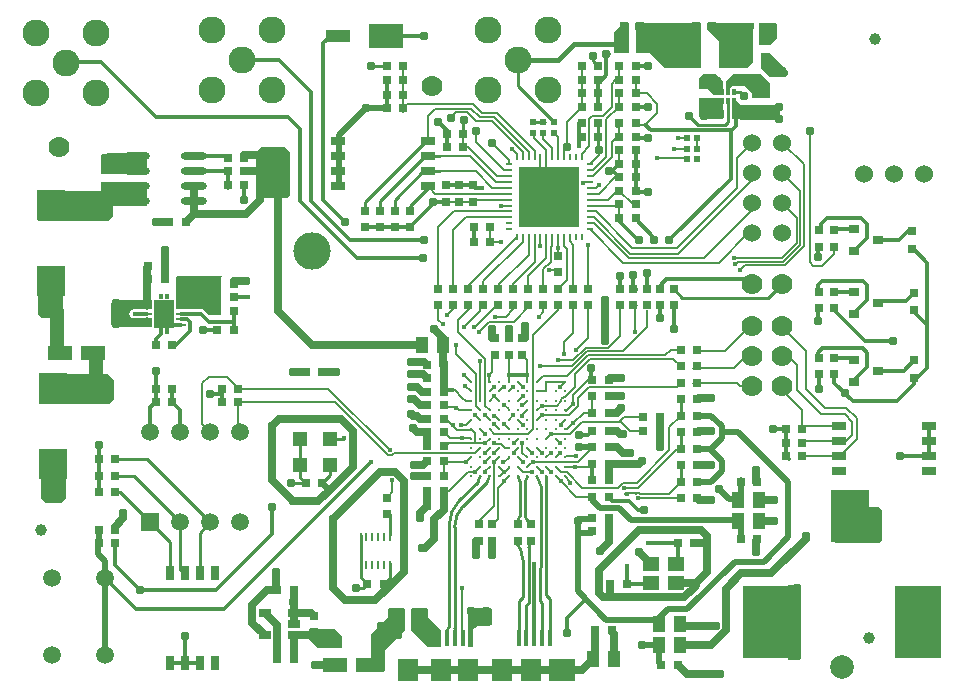
<source format=gtl>
%FSLAX23Y23*%
%MOIN*%
G70*
G01*
G75*
G04 Layer_Physical_Order=1*
G04 Layer_Color=255*
%ADD10C,0.012*%
%ADD11C,0.011*%
%ADD12R,0.118X0.079*%
%ADD13R,0.079X0.039*%
%ADD14R,0.030X0.030*%
%ADD15R,0.030X0.030*%
%ADD16R,0.035X0.031*%
%ADD17R,0.031X0.031*%
%ADD18R,0.044X0.058*%
%ADD19R,0.079X0.047*%
%ADD20R,0.094X0.102*%
%ADD21R,0.012X0.053*%
%ADD22R,0.071X0.075*%
%ADD23R,0.091X0.075*%
%ADD24R,0.050X0.030*%
%ADD25R,0.030X0.050*%
%ADD26R,0.008X0.027*%
%ADD27R,0.015X0.061*%
%ADD28R,0.051X0.049*%
%ADD29R,0.020X0.020*%
%ADD30R,0.130X0.173*%
%ADD31R,0.154X0.244*%
%ADD32R,0.058X0.044*%
%ADD33R,0.012X0.020*%
%ADD34R,0.012X0.019*%
%ADD35R,0.020X0.020*%
%ADD36R,0.051X0.107*%
%ADD37R,0.011X0.031*%
%ADD38R,0.055X0.047*%
%ADD39O,0.087X0.024*%
%ADD40R,0.033X0.011*%
%ADD41R,0.065X0.094*%
%ADD42R,0.024X0.010*%
%ADD43R,0.010X0.024*%
%ADD44R,0.201X0.201*%
%ADD45R,0.039X0.028*%
%ADD46C,0.009*%
%ADD47C,0.039*%
%ADD48C,0.008*%
%ADD49C,0.015*%
%ADD50C,0.010*%
%ADD51C,0.020*%
%ADD52C,0.025*%
%ADD53C,0.005*%
%ADD54C,0.006*%
%ADD55C,0.060*%
%ADD56C,0.070*%
%ADD57C,0.125*%
%ADD58C,0.090*%
%ADD59C,0.059*%
%ADD60C,0.079*%
%ADD61R,0.059X0.059*%
%ADD62C,0.031*%
%ADD63C,0.016*%
%ADD64C,0.020*%
G36*
X506Y1173D02*
X495D01*
Y1193D01*
X506D01*
Y1173D01*
D02*
G37*
G36*
X486D02*
X475D01*
Y1193D01*
X486D01*
Y1173D01*
D02*
G37*
G36*
X325Y1020D02*
Y955D01*
X310Y940D01*
X75D01*
Y1040D01*
X305D01*
X325Y1020D01*
D02*
G37*
G36*
X486Y1288D02*
X475D01*
Y1307D01*
X486D01*
Y1288D01*
D02*
G37*
G36*
X450Y1285D02*
Y1255D01*
X390D01*
Y1256D01*
X384Y1254D01*
X380Y1251D01*
X376Y1246D01*
X375Y1240D01*
X376Y1234D01*
X380Y1230D01*
X384Y1226D01*
X390Y1225D01*
X450Y1225D01*
Y1195D01*
X325D01*
Y1195D01*
X321Y1196D01*
X318Y1198D01*
X316Y1201D01*
X315Y1205D01*
X315Y1275D01*
X315D01*
X316Y1279D01*
X318Y1283D01*
X321Y1285D01*
X325Y1286D01*
X450Y1285D01*
D02*
G37*
G36*
X155Y1390D02*
Y1240D01*
X140Y1225D01*
X85D01*
X70Y1240D01*
Y1395D01*
X155Y1390D01*
D02*
G37*
G36*
X165Y775D02*
Y625D01*
X150Y610D01*
X95D01*
X80Y625D01*
Y780D01*
X165Y775D01*
D02*
G37*
G36*
X1370Y255D02*
Y230D01*
X1415Y185D01*
Y130D01*
X1370D01*
X1315Y185D01*
Y255D01*
X1320Y260D01*
X1365D01*
X1370Y255D01*
D02*
G37*
G36*
X1085Y165D02*
Y125D01*
X1005D01*
X975Y155D01*
Y190D01*
X1060D01*
X1085Y165D01*
D02*
G37*
G36*
X2615Y330D02*
Y95D01*
X2605Y85D01*
X2575D01*
X2570Y90D01*
Y335D01*
X2610D01*
X2615Y330D01*
D02*
G37*
G36*
X2885Y585D02*
Y485D01*
X2875Y475D01*
X2730D01*
X2715Y490D01*
Y595D01*
X2875D01*
X2885Y585D01*
D02*
G37*
G36*
X1579Y259D02*
X1582Y257D01*
X1584Y254D01*
X1585Y250D01*
X1585D01*
X1585Y210D01*
X1584Y206D01*
X1582Y203D01*
X1579Y201D01*
X1575Y200D01*
Y200D01*
X1540Y200D01*
X1532Y199D01*
X1526Y194D01*
X1521Y188D01*
X1520Y180D01*
X1520D01*
Y130D01*
X1505D01*
X1505Y250D01*
X1506Y254D01*
X1508Y257D01*
X1511Y259D01*
X1515Y260D01*
Y260D01*
X1575Y260D01*
X1579Y259D01*
D02*
G37*
G36*
X1293Y255D02*
Y185D01*
X1228Y120D01*
X1227D01*
X1228Y120D01*
Y53D01*
X1220Y45D01*
X1180Y45D01*
Y173D01*
Y172D01*
X1238Y230D01*
Y255D01*
X1243Y260D01*
X1288D01*
X1293Y255D01*
D02*
G37*
G36*
X506Y1288D02*
X495D01*
Y1307D01*
X506D01*
Y1288D01*
D02*
G37*
G36*
X2280Y2060D02*
X2160D01*
X2110Y2110D01*
X2065D01*
Y2185D01*
X2060Y2190D01*
Y2210D01*
X2280D01*
Y2060D01*
D02*
G37*
G36*
X2570Y2050D02*
X2570Y2040D01*
X2560Y2030D01*
X2510Y2030D01*
X2480Y2060D01*
Y2110D01*
X2510D01*
X2570Y2050D01*
D02*
G37*
G36*
X2355Y2015D02*
Y1970D01*
X2325D01*
X2305Y1990D01*
X2275D01*
Y2025D01*
X2290Y2040D01*
X2330D01*
X2355Y2015D01*
D02*
G37*
G36*
X2535Y2200D02*
Y2160D01*
X2510Y2135D01*
X2475D01*
Y2210D01*
X2525D01*
X2535Y2200D01*
D02*
G37*
G36*
X2040Y2110D02*
X1990D01*
Y2180D01*
X2020Y2210D01*
X2040D01*
Y2110D01*
D02*
G37*
G36*
X2455Y2080D02*
X2435Y2060D01*
X2340D01*
Y2150D01*
X2300Y2190D01*
Y2210D01*
X2455D01*
Y2080D01*
D02*
G37*
G36*
X2480Y2040D02*
X2510Y2010D01*
Y1960D01*
X2450D01*
Y1975D01*
X2425Y2000D01*
X2385Y2000D01*
X2375Y1990D01*
X2375Y1970D01*
X2365D01*
X2365Y2015D01*
X2390Y2040D01*
X2480Y2040D01*
D02*
G37*
G36*
X910Y1780D02*
Y1635D01*
X900Y1625D01*
X800D01*
Y1780D01*
X815Y1795D01*
X895D01*
X910Y1780D01*
D02*
G37*
G36*
X435Y1675D02*
Y1600D01*
X320D01*
Y1565D01*
X305Y1550D01*
X70D01*
Y1650D01*
X280D01*
Y1680D01*
X430D01*
X435Y1675D01*
D02*
G37*
G36*
X681Y1364D02*
X680Y1360D01*
X680D01*
Y1235D01*
X641D01*
X620Y1255D01*
X530D01*
X530Y1360D01*
X531Y1364D01*
X535Y1366D01*
Y1365D01*
X685Y1366D01*
X681Y1364D01*
D02*
G37*
G36*
X2355Y1890D02*
X2285D01*
X2275Y1900D01*
Y1960D01*
X2355D01*
Y1890D01*
D02*
G37*
G36*
X2415Y1935D02*
X2545D01*
Y1885D01*
X2415D01*
X2410Y1890D01*
X2385D01*
Y1955D01*
X2395D01*
X2415Y1935D01*
D02*
G37*
G36*
X435Y1705D02*
X280D01*
Y1755D01*
X300Y1775D01*
X435D01*
Y1705D01*
D02*
G37*
D10*
X2198Y406D02*
G03*
X2203Y411I0J4D01*
G01*
X1230Y2165D02*
X1358D01*
X1020Y2142D02*
X1043Y2164D01*
X1020Y1620D02*
Y2142D01*
X1433Y1840D02*
Y1852D01*
X1405Y1880D02*
X1433Y1852D01*
X2828Y1150D02*
X2920D01*
X2725Y1253D02*
X2828Y1150D01*
X2786Y949D02*
X2934D01*
X2725Y1010D02*
X2786Y949D01*
X2725Y1010D02*
Y1038D01*
X1835Y175D02*
Y225D01*
X1895Y285D01*
X2450Y1340D02*
Y1355D01*
X2165D02*
X2450D01*
X2146Y1336D02*
X2165Y1355D01*
X2190Y1190D02*
Y1268D01*
X2146Y1321D02*
Y1336D01*
X2100Y1322D02*
Y1343D01*
Y1375D01*
X2055Y1333D02*
Y1370D01*
Y1333D02*
X2065Y1323D01*
X2040Y615D02*
X2070Y585D01*
X1983Y615D02*
X2040D01*
X1973Y626D02*
X1983Y615D01*
X2070Y585D02*
X2090D01*
X2062Y1930D02*
X2105D01*
X1965Y2035D02*
Y2095D01*
X1950Y2020D02*
X1965Y2035D01*
X1938Y2020D02*
X1950D01*
X1965Y2095D02*
X1975Y2105D01*
X2642Y1847D02*
X2645Y1850D01*
X2990Y1455D02*
X3035Y1410D01*
Y1060D02*
Y1410D01*
X3001Y1026D02*
X3035Y1060D01*
X2934Y949D02*
X2990Y1005D01*
Y1026D01*
X2869Y1282D02*
X2962D01*
X2990Y1310D01*
X2970Y1515D02*
X2990D01*
X2940Y1485D02*
X2970Y1515D01*
X2869Y1485D02*
X2940D01*
X1135Y1425D02*
X1355D01*
X945Y1615D02*
X1135Y1425D01*
X945Y1615D02*
Y1855D01*
X1110Y1485D02*
X1358D01*
X980Y1615D02*
X1110Y1485D01*
X980Y1615D02*
Y1980D01*
X2670Y1430D02*
Y1462D01*
X2670Y1463D01*
X2820Y1350D02*
X2835Y1335D01*
X2685Y1350D02*
X2820D01*
X2670Y1335D02*
X2685Y1350D01*
X2820Y1125D02*
X2835Y1110D01*
X2685Y1125D02*
X2820D01*
X2670Y1110D02*
X2685Y1125D01*
X2700Y1560D02*
X2815D01*
X2680Y1540D02*
X2700Y1560D01*
X2680Y1528D02*
Y1540D01*
X2815Y1560D02*
X2835Y1540D01*
X2990Y1247D02*
X3031Y1206D01*
X2990Y1247D02*
Y1251D01*
Y1026D02*
X3001D01*
X2835Y1287D02*
Y1335D01*
X2725Y1253D02*
Y1258D01*
X2563Y760D02*
Y855D01*
X2520Y855D02*
X2520Y855D01*
X2563D01*
X2568Y760D02*
X2572Y755D01*
X1982Y1715D02*
X1987D01*
X1982D02*
X2007Y1740D01*
X1975Y1715D02*
X1982D01*
X2001Y1701D02*
X2007Y1695D01*
X1987Y1715D02*
X2001Y1701D01*
X1433Y1795D02*
Y1840D01*
X2112Y1852D02*
X2383D01*
X2095Y1870D02*
X2112Y1852D01*
X2398Y1867D02*
Y1905D01*
X2007Y1548D02*
Y1555D01*
X2981Y1456D02*
X2990D01*
Y1455D02*
Y1456D01*
X1260Y1528D02*
X1310D01*
X1210D02*
X1260D01*
X1160D02*
X1210D01*
X1310D02*
X1388Y1605D01*
Y1612D01*
X1430D01*
X2062Y2065D02*
X2105D01*
X2062Y1825D02*
X2105D01*
X2062Y1645D02*
X2105D01*
X2062D02*
Y1780D01*
X1938Y1975D02*
Y2020D01*
Y1930D02*
Y1975D01*
X1872Y1798D02*
Y1875D01*
X1232Y1970D02*
Y2020D01*
Y1925D02*
Y1970D01*
X1523Y1480D02*
Y1530D01*
X1520Y1668D02*
X1528Y1660D01*
X1550D01*
X1475Y1668D02*
X1520D01*
X1430D02*
X1475D01*
X1020Y1620D02*
X1095Y1545D01*
X875Y2085D02*
X980Y1980D01*
X905Y1895D02*
X945Y1855D01*
X2145Y1225D02*
Y1268D01*
X2203Y411D02*
Y475D01*
X2108Y340D02*
X2112Y344D01*
X2033Y340D02*
X2108D01*
X2033D02*
Y398D01*
X2105Y475D02*
X2203D01*
X1725Y250D02*
Y335D01*
X1724Y158D02*
Y249D01*
X1725Y250D01*
Y335D02*
Y405D01*
X3040Y815D02*
Y865D01*
Y765D02*
Y815D01*
X2945Y765D02*
X3040D01*
X273Y645D02*
Y700D01*
Y755D01*
X545Y845D02*
Y918D01*
X517Y945D02*
X545Y918D01*
X560Y75D02*
X610D01*
X510D02*
X560D01*
X445Y845D02*
Y928D01*
X463Y945D01*
X273Y755D02*
Y803D01*
X560Y75D02*
Y165D01*
X518Y1135D02*
X530D01*
X577Y1182D01*
Y1211D01*
X548Y1221D02*
X568D01*
X577Y1211D01*
X510Y1201D02*
X548D01*
X463Y1135D02*
Y1156D01*
X480Y1173D01*
X620Y1185D02*
X668D01*
X432Y1260D02*
Y1280D01*
Y1201D02*
Y1221D01*
X395Y1240D02*
X432D01*
X723Y1185D02*
Y1240D01*
X548D02*
X614D01*
X641Y1213D01*
X722D01*
X728Y1295D02*
X770D01*
X589Y1765D02*
X697D01*
X589Y1715D02*
X702D01*
Y1660D02*
Y1715D01*
X757Y1618D02*
Y1660D01*
X1918Y685D02*
Y740D01*
X642Y973D02*
X683D01*
Y945D02*
Y973D01*
Y990D01*
X1973Y626D02*
Y630D01*
X294Y358D02*
X397Y255D01*
X690D01*
X1180Y745D01*
X327Y403D02*
Y475D01*
Y403D02*
X410Y320D01*
X1640Y1035D02*
X1700D01*
X1915Y1023D02*
Y1028D01*
Y1060D01*
X2730Y1522D02*
X2791D01*
Y1448D02*
X2835Y1492D01*
Y1540D01*
X2791Y1018D02*
X2835Y1062D01*
Y1110D01*
X2670Y1215D02*
Y1253D01*
Y1088D02*
Y1110D01*
X2869Y1050D02*
X2956D01*
X2990Y1085D01*
X2791Y1243D02*
X2835Y1287D01*
X280Y2080D02*
X465Y1895D01*
X1903Y835D02*
X1908Y840D01*
X1875Y835D02*
X1903D01*
X517Y945D02*
Y990D01*
X2720Y1093D02*
X2725D01*
X2781D01*
X2670Y1308D02*
Y1335D01*
X463Y945D02*
Y1048D01*
X2065Y1318D02*
Y1323D01*
X410Y320D02*
X665D01*
X850Y505D01*
Y595D01*
X2675Y990D02*
Y1038D01*
X725Y1298D02*
X728Y1295D01*
X2725Y1313D02*
X2781D01*
X1423Y993D02*
Y1010D01*
Y993D02*
X1430Y985D01*
X1450D01*
X2010Y1325D02*
Y1365D01*
X750Y2085D02*
X875D01*
X465Y1895D02*
X905D01*
X2007Y1548D02*
X2070Y1485D01*
X2075D01*
X2062Y1555D02*
X2125Y1492D01*
Y1485D02*
Y1492D01*
X2380Y1849D02*
X2398Y1867D01*
X2175Y1485D02*
X2380Y1690D01*
Y1849D01*
X180Y2080D02*
X280D01*
D11*
X1537Y680D02*
G03*
X1544Y698I-17J17D01*
G01*
X1568Y680D02*
G03*
X1576Y698I-17J17D01*
G01*
X1668Y546D02*
G03*
X1676Y565I-19J19D01*
G01*
X1670Y696D02*
G03*
X1676Y681I21J0D01*
G01*
X1695Y565D02*
G03*
X1701Y552I19J0D01*
G01*
X1695Y681D02*
G03*
X1701Y696I-15J15D01*
G01*
X1440Y196D02*
G03*
X1434Y181I16J-16D01*
G01*
X1475Y618D02*
G03*
X1440Y534I84J-84D01*
G01*
X1460Y189D02*
G03*
X1459Y190I-2J0D01*
G01*
X1488Y600D02*
G03*
X1459Y529I71J-71D01*
G01*
X1764Y688D02*
G03*
X1765Y687I2J0D01*
G01*
X1746Y666D02*
G03*
X1740Y680I-20J0D01*
G01*
X1733Y698D02*
G03*
X1740Y680I25J0D01*
G01*
X1686Y420D02*
G03*
X1660Y483I-89J0D01*
G01*
X1715D02*
G03*
X1706Y461I22J-22D01*
G01*
X1459Y190D02*
Y529D01*
X1440Y196D02*
Y534D01*
X1475Y618D02*
X1537Y680D01*
X1744Y352D02*
Y393D01*
X1764Y352D02*
Y394D01*
X1686Y318D02*
Y352D01*
X1706Y318D02*
Y352D01*
X1744Y318D02*
Y352D01*
X1764Y318D02*
Y352D01*
Y301D02*
Y318D01*
Y301D02*
X1776Y290D01*
Y158D02*
Y290D01*
X1744Y281D02*
Y318D01*
Y281D02*
X1750Y275D01*
Y158D02*
Y275D01*
X1706Y276D02*
Y318D01*
X1698Y268D02*
X1706Y276D01*
X1698Y158D02*
Y268D01*
X1686Y296D02*
Y318D01*
X1672Y282D02*
X1686Y296D01*
X1672Y158D02*
Y282D01*
X1701Y696D02*
Y698D01*
X1660Y538D02*
X1668Y546D01*
X1676Y565D02*
Y681D01*
X1670Y696D02*
Y698D01*
X1695Y565D02*
Y681D01*
X1701Y552D02*
X1715Y538D01*
X1434Y158D02*
Y181D01*
X1460Y158D02*
Y189D01*
X1488Y600D02*
X1568Y680D01*
X1764Y688D02*
Y698D01*
X1765Y395D02*
Y687D01*
X1746Y395D02*
Y666D01*
X1686Y352D02*
Y420D01*
X1706Y352D02*
Y461D01*
D12*
X1230Y2165D02*
D03*
D13*
X1069D02*
D03*
D14*
X2318Y2200D02*
D03*
X2263D02*
D03*
X2078D02*
D03*
X2023D02*
D03*
X2062Y1605D02*
D03*
X2007D02*
D03*
X1423Y845D02*
D03*
X1368D02*
D03*
X1982Y185D02*
D03*
X1928D02*
D03*
X923Y320D02*
D03*
X868D02*
D03*
X463Y990D02*
D03*
X517D02*
D03*
X463Y945D02*
D03*
X517D02*
D03*
X1367Y750D02*
D03*
X1423D02*
D03*
X1367Y700D02*
D03*
X1423D02*
D03*
X1367Y650D02*
D03*
X1423D02*
D03*
X1367Y1025D02*
D03*
X1423D02*
D03*
X1367Y980D02*
D03*
X1423D02*
D03*
X1367Y600D02*
D03*
X1423D02*
D03*
X1367Y890D02*
D03*
X1423D02*
D03*
X1973Y850D02*
D03*
X1918D02*
D03*
X1973Y1020D02*
D03*
X1918D02*
D03*
X1367Y800D02*
D03*
X1423D02*
D03*
X1972Y515D02*
D03*
X1918D02*
D03*
X1973Y560D02*
D03*
X1918D02*
D03*
X2203Y70D02*
D03*
X2148D02*
D03*
X1973Y630D02*
D03*
X1918D02*
D03*
X2467Y490D02*
D03*
X2412D02*
D03*
X1973Y795D02*
D03*
X1918D02*
D03*
X2467Y680D02*
D03*
X2412D02*
D03*
X1367Y935D02*
D03*
X1423D02*
D03*
X1018Y1045D02*
D03*
X962D02*
D03*
X1973Y965D02*
D03*
X1918D02*
D03*
X1973Y910D02*
D03*
X1918D02*
D03*
X2142Y895D02*
D03*
X2088D02*
D03*
X2143Y850D02*
D03*
X2088D02*
D03*
X1973Y685D02*
D03*
X1918D02*
D03*
X1973Y740D02*
D03*
X1918D02*
D03*
X438Y1400D02*
D03*
X493D02*
D03*
X493Y1355D02*
D03*
X438D02*
D03*
X668Y1340D02*
D03*
X723D02*
D03*
X463Y1135D02*
D03*
X518D02*
D03*
X562Y1545D02*
D03*
X507D02*
D03*
X327Y520D02*
D03*
X273D02*
D03*
X1223Y340D02*
D03*
X1168D02*
D03*
X1978D02*
D03*
X2033D02*
D03*
X2258Y475D02*
D03*
X2203D02*
D03*
X2562Y765D02*
D03*
X2618D02*
D03*
X2562Y810D02*
D03*
X2618D02*
D03*
X2563Y855D02*
D03*
X2618D02*
D03*
X2268Y625D02*
D03*
X2213D02*
D03*
Y1120D02*
D03*
X2268D02*
D03*
X2213Y1065D02*
D03*
X2268D02*
D03*
X2213Y1010D02*
D03*
X2268D02*
D03*
X738Y990D02*
D03*
X683D02*
D03*
X738Y945D02*
D03*
X683D02*
D03*
X2213Y900D02*
D03*
X2268D02*
D03*
X2213Y790D02*
D03*
X2268D02*
D03*
X2213Y680D02*
D03*
X2268D02*
D03*
Y955D02*
D03*
X2213D02*
D03*
X2268Y845D02*
D03*
X2213D02*
D03*
X2268Y735D02*
D03*
X2213D02*
D03*
X868Y90D02*
D03*
X923D02*
D03*
X327Y645D02*
D03*
X273D02*
D03*
X327Y700D02*
D03*
X273D02*
D03*
X327Y755D02*
D03*
X273D02*
D03*
X723Y1295D02*
D03*
X668D02*
D03*
X723Y1250D02*
D03*
X668D02*
D03*
X668Y1185D02*
D03*
X723D02*
D03*
X702Y1760D02*
D03*
X757D02*
D03*
X702Y1715D02*
D03*
X757D02*
D03*
X757Y1670D02*
D03*
X702D02*
D03*
X273Y475D02*
D03*
X327D02*
D03*
X1367Y1070D02*
D03*
X1423D02*
D03*
X962Y675D02*
D03*
X1018D02*
D03*
X1577Y1480D02*
D03*
X1523D02*
D03*
X1577Y1530D02*
D03*
X1523D02*
D03*
X1288Y1925D02*
D03*
X1232D02*
D03*
X1288Y1970D02*
D03*
X1232D02*
D03*
X1288Y2020D02*
D03*
X1232D02*
D03*
X1883Y1930D02*
D03*
X1938D02*
D03*
X1883Y1975D02*
D03*
X1938D02*
D03*
X1883Y2020D02*
D03*
X1938D02*
D03*
Y1875D02*
D03*
X1883D02*
D03*
X1938Y1830D02*
D03*
X1883D02*
D03*
X2007Y1695D02*
D03*
X2062D02*
D03*
X2007Y1785D02*
D03*
X2062D02*
D03*
X2007Y1740D02*
D03*
X2062D02*
D03*
X1487Y1840D02*
D03*
X1433D02*
D03*
X1487Y1795D02*
D03*
X1433D02*
D03*
X2007Y1560D02*
D03*
X2062D02*
D03*
X2007Y1650D02*
D03*
X2062D02*
D03*
X1288Y2065D02*
D03*
X1232D02*
D03*
X1883D02*
D03*
X1938D02*
D03*
X2007Y1975D02*
D03*
X2062D02*
D03*
X2007Y1875D02*
D03*
X2062D02*
D03*
X2007Y2020D02*
D03*
X2062D02*
D03*
Y1930D02*
D03*
X2007D02*
D03*
X2062Y1830D02*
D03*
X2007D02*
D03*
X2062Y2065D02*
D03*
X2007D02*
D03*
X2398Y1905D02*
D03*
X2342D02*
D03*
X2438Y2150D02*
D03*
X2493D02*
D03*
Y2095D02*
D03*
X2438D02*
D03*
D15*
X1405Y1322D02*
D03*
Y1268D02*
D03*
X1455Y1322D02*
D03*
Y1268D02*
D03*
X2675Y1258D02*
D03*
Y1312D02*
D03*
Y1092D02*
D03*
Y1038D02*
D03*
X2725Y1038D02*
D03*
Y1093D02*
D03*
X1670Y538D02*
D03*
Y482D02*
D03*
X1715Y538D02*
D03*
Y483D02*
D03*
X990Y233D02*
D03*
Y178D02*
D03*
X1640Y1158D02*
D03*
Y1103D02*
D03*
X1685Y1158D02*
D03*
Y1102D02*
D03*
X1585Y483D02*
D03*
Y538D02*
D03*
X1595Y1158D02*
D03*
Y1102D02*
D03*
X295Y1663D02*
D03*
Y1718D02*
D03*
X1540Y482D02*
D03*
Y538D02*
D03*
X2100Y1268D02*
D03*
Y1322D02*
D03*
X2055Y1268D02*
D03*
Y1322D02*
D03*
X2010Y1268D02*
D03*
Y1323D02*
D03*
X2190Y1268D02*
D03*
Y1322D02*
D03*
X2145Y1268D02*
D03*
Y1322D02*
D03*
X1905Y1268D02*
D03*
Y1322D02*
D03*
X1505Y1268D02*
D03*
Y1322D02*
D03*
X1555Y1268D02*
D03*
Y1322D02*
D03*
X1605Y1268D02*
D03*
Y1322D02*
D03*
X1655Y1268D02*
D03*
Y1323D02*
D03*
X1705Y1268D02*
D03*
Y1322D02*
D03*
X1755Y1268D02*
D03*
Y1322D02*
D03*
X1805Y1268D02*
D03*
Y1322D02*
D03*
X1855Y1268D02*
D03*
Y1322D02*
D03*
X1235Y572D02*
D03*
Y627D02*
D03*
X2725Y1312D02*
D03*
Y1258D02*
D03*
X2725Y1518D02*
D03*
Y1463D02*
D03*
X2675Y1462D02*
D03*
Y1518D02*
D03*
X1520Y1612D02*
D03*
Y1668D02*
D03*
X1475Y1612D02*
D03*
Y1668D02*
D03*
X1430Y1612D02*
D03*
Y1668D02*
D03*
X1805Y1433D02*
D03*
Y1378D02*
D03*
X1160Y1582D02*
D03*
Y1528D02*
D03*
X1210Y1582D02*
D03*
Y1528D02*
D03*
X1260Y1582D02*
D03*
Y1528D02*
D03*
X1310Y1582D02*
D03*
Y1528D02*
D03*
X2290Y2003D02*
D03*
Y1947D02*
D03*
D16*
X2791Y1312D02*
D03*
Y1238D02*
D03*
X2869Y1275D02*
D03*
Y1485D02*
D03*
X2791Y1448D02*
D03*
Y1522D02*
D03*
X2869Y1050D02*
D03*
X2791Y1013D02*
D03*
Y1087D02*
D03*
D17*
X2990Y1085D02*
D03*
Y1026D02*
D03*
Y1251D02*
D03*
Y1310D02*
D03*
X2985Y1456D02*
D03*
Y1515D02*
D03*
D18*
X2210Y205D02*
D03*
X2140D02*
D03*
X1920Y90D02*
D03*
X1990D02*
D03*
X2015Y2140D02*
D03*
X2085D02*
D03*
X2475Y620D02*
D03*
X2405D02*
D03*
X2475Y550D02*
D03*
X2405D02*
D03*
X2210Y135D02*
D03*
X2140D02*
D03*
X1420Y1135D02*
D03*
X1350D02*
D03*
X1340Y225D02*
D03*
X1270D02*
D03*
D19*
X145Y1110D02*
D03*
X255D02*
D03*
X1060Y70D02*
D03*
X1170D02*
D03*
D20*
X120Y991D02*
D03*
Y739D02*
D03*
X115Y1601D02*
D03*
Y1349D02*
D03*
D21*
X1750Y158D02*
D03*
X1776D02*
D03*
X1672D02*
D03*
X1698D02*
D03*
X1408D02*
D03*
X1486D02*
D03*
X1512D02*
D03*
X1724D02*
D03*
X1460D02*
D03*
X1434D02*
D03*
D22*
X1302Y53D02*
D03*
X1415D02*
D03*
X1505D02*
D03*
X1617D02*
D03*
X1715Y52D02*
D03*
D23*
X1818D02*
D03*
D24*
X3040Y715D02*
D03*
Y765D02*
D03*
Y815D02*
D03*
Y865D02*
D03*
X2740Y715D02*
D03*
Y765D02*
D03*
Y815D02*
D03*
Y865D02*
D03*
X1370Y1665D02*
D03*
Y1715D02*
D03*
Y1765D02*
D03*
Y1815D02*
D03*
X1070Y1665D02*
D03*
Y1715D02*
D03*
Y1765D02*
D03*
Y1815D02*
D03*
D25*
X660Y375D02*
D03*
X610D02*
D03*
X560D02*
D03*
X510D02*
D03*
X660Y75D02*
D03*
X610D02*
D03*
X560D02*
D03*
X510D02*
D03*
D26*
X1764Y352D02*
D03*
X1744D02*
D03*
X1706D02*
D03*
X1686D02*
D03*
Y318D02*
D03*
X1706D02*
D03*
X1744D02*
D03*
X1764D02*
D03*
D27*
X1725Y335D02*
D03*
D28*
X1045Y736D02*
D03*
X945Y824D02*
D03*
Y736D02*
D03*
X1045Y824D02*
D03*
D29*
X1790Y1842D02*
D03*
Y1878D02*
D03*
X1755Y1842D02*
D03*
Y1878D02*
D03*
X1720Y1842D02*
D03*
Y1878D02*
D03*
D30*
X2778Y567D02*
D03*
D31*
X3004Y213D02*
D03*
X2496D02*
D03*
D32*
X2480Y1980D02*
D03*
Y1910D02*
D03*
D33*
X2390Y1980D02*
D03*
D34*
X2370D02*
D03*
X2350D02*
D03*
Y1950D02*
D03*
X2370D02*
D03*
X2390D02*
D03*
D35*
X2447Y2200D02*
D03*
X2483D02*
D03*
X2232Y1825D02*
D03*
X2268D02*
D03*
X2232Y1790D02*
D03*
X2268D02*
D03*
X2232Y1755D02*
D03*
X2268D02*
D03*
D36*
X2365Y2115D02*
D03*
X2255D02*
D03*
D37*
X1244Y497D02*
D03*
X1225D02*
D03*
X1205D02*
D03*
X1185D02*
D03*
X1165D02*
D03*
X1146D02*
D03*
X1244Y403D02*
D03*
X1225D02*
D03*
X1205D02*
D03*
X1185D02*
D03*
X1165D02*
D03*
X1146D02*
D03*
D38*
X2198Y406D02*
D03*
Y344D02*
D03*
X2112Y406D02*
D03*
Y344D02*
D03*
D39*
X589Y1765D02*
D03*
Y1665D02*
D03*
Y1715D02*
D03*
Y1615D02*
D03*
X401Y1765D02*
D03*
Y1715D02*
D03*
Y1665D02*
D03*
Y1615D02*
D03*
D40*
X548Y1280D02*
D03*
Y1260D02*
D03*
Y1240D02*
D03*
Y1221D02*
D03*
Y1201D02*
D03*
X432Y1280D02*
D03*
Y1240D02*
D03*
Y1260D02*
D03*
Y1201D02*
D03*
Y1221D02*
D03*
D41*
X490Y1240D02*
D03*
D42*
X1909Y1738D02*
D03*
Y1699D02*
D03*
Y1719D02*
D03*
Y1679D02*
D03*
Y1640D02*
D03*
Y1660D02*
D03*
Y1620D02*
D03*
Y1581D02*
D03*
Y1600D02*
D03*
Y1541D02*
D03*
Y1522D02*
D03*
Y1561D02*
D03*
X1641Y1738D02*
D03*
Y1640D02*
D03*
Y1660D02*
D03*
Y1620D02*
D03*
Y1699D02*
D03*
Y1719D02*
D03*
Y1679D02*
D03*
Y1581D02*
D03*
Y1600D02*
D03*
Y1541D02*
D03*
Y1561D02*
D03*
Y1522D02*
D03*
D43*
X1883Y1764D02*
D03*
X1864D02*
D03*
X1824D02*
D03*
X1805D02*
D03*
X1844D02*
D03*
X1785D02*
D03*
X1765D02*
D03*
X1883Y1496D02*
D03*
X1844D02*
D03*
X1824D02*
D03*
X1864D02*
D03*
X1785D02*
D03*
X1765D02*
D03*
X1805D02*
D03*
X1726Y1764D02*
D03*
X1706D02*
D03*
X1745D02*
D03*
X1686D02*
D03*
X1667D02*
D03*
X1726Y1496D02*
D03*
X1706D02*
D03*
X1745D02*
D03*
X1667D02*
D03*
X1686D02*
D03*
D44*
X1775Y1630D02*
D03*
D45*
X922Y205D02*
D03*
Y242D02*
D03*
Y168D02*
D03*
X828Y242D02*
D03*
Y168D02*
D03*
D46*
X1827Y1012D02*
D03*
Y981D02*
D03*
X1796Y1012D02*
D03*
X1827Y949D02*
D03*
X1796Y981D02*
D03*
X1764D02*
D03*
Y1012D02*
D03*
X1796Y949D02*
D03*
X1764D02*
D03*
X1827Y918D02*
D03*
Y886D02*
D03*
X1796Y918D02*
D03*
X1827Y855D02*
D03*
X1796Y886D02*
D03*
X1764D02*
D03*
Y918D02*
D03*
X1796Y855D02*
D03*
X1764D02*
D03*
X1733Y981D02*
D03*
Y949D02*
D03*
Y1012D02*
D03*
Y918D02*
D03*
X1701Y949D02*
D03*
Y981D02*
D03*
Y1012D02*
D03*
X1670Y918D02*
D03*
Y949D02*
D03*
X1733Y886D02*
D03*
X1701Y918D02*
D03*
X1733Y855D02*
D03*
X1701Y886D02*
D03*
Y855D02*
D03*
X1670Y886D02*
D03*
Y855D02*
D03*
X1827Y761D02*
D03*
Y824D02*
D03*
X1796D02*
D03*
X1764D02*
D03*
X1827Y792D02*
D03*
X1796D02*
D03*
X1827Y698D02*
D03*
Y729D02*
D03*
X1796D02*
D03*
Y761D02*
D03*
Y698D02*
D03*
X1764D02*
D03*
X1733Y824D02*
D03*
X1764Y792D02*
D03*
X1733D02*
D03*
X1764Y761D02*
D03*
X1733D02*
D03*
X1701Y824D02*
D03*
X1670D02*
D03*
X1701Y792D02*
D03*
X1670D02*
D03*
X1764Y729D02*
D03*
X1701Y761D02*
D03*
X1733Y698D02*
D03*
Y729D02*
D03*
X1701D02*
D03*
X1670D02*
D03*
X1701Y698D02*
D03*
X1670D02*
D03*
X1639Y1012D02*
D03*
X1670D02*
D03*
X1607Y981D02*
D03*
X1670D02*
D03*
X1639D02*
D03*
X1607Y1012D02*
D03*
X1639Y918D02*
D03*
Y886D02*
D03*
Y949D02*
D03*
Y855D02*
D03*
X1607Y918D02*
D03*
Y949D02*
D03*
Y855D02*
D03*
Y886D02*
D03*
X1576Y1012D02*
D03*
Y981D02*
D03*
X1544Y1012D02*
D03*
X1576Y949D02*
D03*
X1544Y981D02*
D03*
X1513D02*
D03*
Y1012D02*
D03*
X1544Y949D02*
D03*
X1513D02*
D03*
X1576Y918D02*
D03*
X1544D02*
D03*
X1576Y855D02*
D03*
Y886D02*
D03*
X1544D02*
D03*
X1513Y918D02*
D03*
X1544Y855D02*
D03*
X1513Y886D02*
D03*
X1639Y824D02*
D03*
Y792D02*
D03*
X1607Y824D02*
D03*
X1670Y761D02*
D03*
X1639D02*
D03*
X1607Y792D02*
D03*
X1576Y824D02*
D03*
Y761D02*
D03*
X1639Y729D02*
D03*
X1607Y761D02*
D03*
X1639Y698D02*
D03*
X1607Y729D02*
D03*
Y698D02*
D03*
X1513Y855D02*
D03*
X1544Y824D02*
D03*
X1513D02*
D03*
X1576Y792D02*
D03*
X1544D02*
D03*
X1513D02*
D03*
X1576Y729D02*
D03*
X1544D02*
D03*
X1576Y698D02*
D03*
X1544D02*
D03*
Y761D02*
D03*
X1513D02*
D03*
Y698D02*
D03*
Y729D02*
D03*
D47*
X80Y520D02*
D03*
X2860Y2155D02*
D03*
X2840Y160D02*
D03*
D48*
X1463Y1911D02*
X1501D01*
X1447Y1894D02*
X1463Y1911D01*
X1395Y1924D02*
X1515D01*
X1301Y1939D02*
X1521D01*
X1370Y1899D02*
X1395Y1924D01*
X1515D02*
X1545Y1895D01*
X1288Y1925D02*
X1301Y1939D01*
X1521D02*
X1550Y1910D01*
X1501Y1911D02*
X1530Y1881D01*
X1370Y1815D02*
Y1899D01*
X1725Y1825D02*
Y1842D01*
Y1825D02*
X1765Y1785D01*
X1755Y1822D02*
Y1842D01*
Y1822D02*
X1785Y1792D01*
X1790Y1842D02*
X1805Y1828D01*
X1765Y1640D02*
Y1764D01*
Y1785D01*
X1600Y1910D02*
X1726Y1784D01*
X1550Y1910D02*
X1600D01*
X1530Y1881D02*
X1584D01*
X1686Y1779D01*
X1590Y1895D02*
X1706Y1779D01*
X1545Y1895D02*
X1590D01*
X1726Y1764D02*
Y1784D01*
X1706Y1764D02*
Y1779D01*
X1686Y1764D02*
Y1779D01*
X1585Y1810D02*
X1641Y1754D01*
X1530Y1814D02*
X1625Y1719D01*
X1779Y1414D02*
Y1461D01*
X1755Y1390D02*
X1779Y1414D01*
X1755Y1322D02*
Y1390D01*
X1765Y1425D02*
Y1496D01*
X1705Y1365D02*
X1765Y1425D01*
X1705Y1322D02*
Y1365D01*
X1726Y1411D02*
Y1496D01*
X1655Y1340D02*
X1726Y1411D01*
X1655Y1323D02*
Y1340D01*
X1706Y1436D02*
Y1496D01*
X1605Y1335D02*
X1706Y1436D01*
X1605Y1322D02*
Y1335D01*
X1835Y1880D02*
X1881Y1926D01*
X1835Y1805D02*
Y1880D01*
X1288Y2020D02*
Y2065D01*
Y1970D02*
Y2020D01*
Y1925D02*
Y1970D01*
Y1913D02*
Y1925D01*
X1530Y1814D02*
Y1850D01*
X1908Y1798D02*
Y1889D01*
X1883Y1773D02*
X1908Y1798D01*
X1883Y1764D02*
Y1773D01*
X1918Y1900D02*
X1955D01*
X1908Y1889D02*
X1918Y1900D01*
X1965Y1888D02*
X2007Y1930D01*
X1965Y1764D02*
Y1888D01*
X1920Y1719D02*
X1965Y1764D01*
X1909Y1738D02*
X1940Y1769D01*
Y1785D01*
X1982Y1812D02*
X2007Y1837D01*
X1982Y1766D02*
Y1812D01*
Y1766D02*
X1985Y1764D01*
Y1763D02*
Y1764D01*
X1920Y1699D02*
X1985Y1763D01*
X1982Y1928D02*
Y2007D01*
X1955Y1900D02*
X1982Y1928D01*
X1995Y2020D02*
X2007D01*
X1982Y2007D02*
X1995Y2020D01*
X1805Y1811D02*
Y1828D01*
X1883Y1920D02*
Y2055D01*
X2642Y1413D02*
Y1847D01*
Y1413D02*
X2655Y1400D01*
X2685D01*
X2725Y1440D01*
Y1463D01*
X1667Y1764D02*
Y1773D01*
X1650Y1790D02*
X1667Y1773D01*
X2765Y925D02*
X2799Y891D01*
X2785Y835D02*
Y880D01*
X2760Y905D02*
X2785Y880D01*
X2799Y876D02*
Y891D01*
Y876D02*
X2800Y875D01*
Y821D02*
Y875D01*
X2740Y765D02*
X2744D01*
X2800Y821D01*
X2765Y815D02*
X2785Y835D01*
X2740Y815D02*
X2765D01*
X2618Y765D02*
X2740D01*
X2622Y815D02*
X2740D01*
X2618Y855D02*
X2627Y865D01*
X2740D01*
X1940Y1640D02*
X2001Y1701D01*
X2007Y1740D02*
Y1780D01*
X1824Y1794D02*
X1835Y1805D01*
X2007Y1837D02*
Y1870D01*
X1909Y1699D02*
X1920D01*
X1909Y1719D02*
X1920D01*
X1686Y1479D02*
Y1496D01*
X1555Y1348D02*
X1686Y1479D01*
X2004Y1654D02*
X2053Y1605D01*
X1970Y1620D02*
X2004Y1654D01*
X1909Y1620D02*
X1970D01*
X1909Y1640D02*
X1940D01*
X1804Y1811D02*
X1805Y1811D01*
X1804Y1789D02*
Y1811D01*
Y1789D02*
X1805Y1789D01*
Y1764D02*
Y1789D01*
X1905Y1322D02*
Y1470D01*
X2062Y1870D02*
X2095D01*
X1909Y1581D02*
X1929D01*
X2438Y1508D02*
Y1522D01*
X2450Y1510D01*
X1487Y1795D02*
Y1840D01*
X2135Y1910D02*
Y1940D01*
X2100Y1975D02*
X2135Y1940D01*
X2062Y1975D02*
X2100D01*
X2095Y1870D02*
X2135Y1910D01*
X2007Y1930D02*
Y1975D01*
X2062D02*
Y2020D01*
X2007Y1600D02*
X2007Y1600D01*
X1909Y1600D02*
X2007D01*
X2007Y1555D02*
Y1600D01*
X2053D02*
X2062D01*
X2000Y1862D02*
X2007Y1870D01*
Y2020D02*
Y2065D01*
X1824Y1764D02*
Y1794D01*
X1525Y1620D02*
X1641D01*
X1518Y1612D02*
X1525Y1620D01*
X1430Y1612D02*
X1518D01*
X1286Y2063D02*
X1288Y2065D01*
X1625Y1719D02*
X1641D01*
Y1738D02*
Y1754D01*
X1601Y1699D02*
X1641D01*
X1505Y1795D02*
X1601Y1699D01*
X1487Y1795D02*
X1505D01*
X1798Y1385D02*
X1805Y1378D01*
X1775Y1385D02*
X1798D01*
X1779Y1461D02*
X1785Y1466D01*
X1835Y1352D02*
Y1457D01*
X1805Y1322D02*
X1835Y1352D01*
X1824Y1467D02*
X1835Y1457D01*
X1855Y1322D02*
Y1470D01*
X1844Y1481D02*
X1855Y1470D01*
X1844Y1481D02*
Y1496D01*
X1844Y1496D02*
X1844Y1496D01*
X1785Y1466D02*
Y1496D01*
X1824Y1467D02*
Y1496D01*
X1745Y1660D02*
X1765Y1640D01*
X1775Y1630D01*
X1745Y1660D02*
Y1764D01*
X1596Y1679D02*
X1641D01*
X1510Y1765D02*
X1596Y1679D01*
X1410Y1765D02*
X1510D01*
X1585Y1660D02*
X1641D01*
X1530Y1715D02*
X1585Y1660D01*
X1410Y1715D02*
X1530D01*
X1372Y1663D02*
X1395Y1640D01*
X1641D01*
X1577Y1480D02*
Y1530D01*
Y1480D02*
X1615D01*
Y1600D02*
X1641D01*
X1641Y1600D01*
X1805Y1433D02*
Y1496D01*
X1745Y1465D02*
X1745Y1465D01*
Y1496D01*
X1456Y1581D02*
X1641D01*
X1405Y1530D02*
X1456Y1581D01*
X1405Y1322D02*
Y1530D01*
X1455Y1322D02*
Y1520D01*
X1496Y1561D01*
X1641D01*
X1505Y1322D02*
Y1334D01*
X1667Y1496D01*
X1555Y1322D02*
Y1348D01*
X1909Y1660D02*
X1930D01*
X1940Y1670D01*
X1891Y1679D02*
X1909D01*
X1888Y1677D02*
X1891Y1679D01*
X2135Y1760D02*
X2227D01*
X2232Y1755D01*
X2190Y1790D02*
X2232D01*
X2268D02*
Y1825D01*
X2268Y1825D02*
X2268Y1825D01*
X2205Y1825D02*
X2232D01*
X2450Y1585D02*
Y1610D01*
Y1685D02*
Y1710D01*
X1929Y1581D02*
X2050Y1459D01*
X2200D01*
X2290Y1425D02*
X2450Y1585D01*
X2205Y1440D02*
X2450Y1685D01*
X2021Y1410D02*
X2340D01*
X2438Y1508D01*
X1909Y1522D02*
X2021Y1410D01*
X1909Y1561D02*
X1924D01*
X2045Y1440D01*
X2205D01*
X1909Y1541D02*
X1924D01*
X2040Y1425D01*
X2290D01*
X2200Y1459D02*
X2400Y1660D01*
Y1760D01*
X2450Y1810D01*
X1785Y1764D02*
Y1792D01*
X2680Y905D02*
X2760D01*
X2695Y925D02*
X2765D01*
X2630Y990D02*
X2695Y925D01*
X2600Y985D02*
X2680Y905D01*
X2600Y985D02*
Y1070D01*
X2570Y1090D02*
X2580D01*
X2600Y1070D01*
X2550Y1195D02*
Y1220D01*
Y1195D02*
X2630Y1115D01*
Y990D02*
Y1115D01*
X2550Y985D02*
Y1000D01*
Y985D02*
X2618Y918D01*
Y855D02*
Y918D01*
D49*
X1858Y2140D02*
X2015D01*
X1803Y2085D02*
X1858Y2140D01*
X1670Y2085D02*
X1803D01*
D50*
X1786Y1882D02*
X1794D01*
X1670Y1998D02*
X1786Y1882D01*
X1670Y1998D02*
Y2085D01*
X1725Y1878D02*
X1725Y1878D01*
X1760D01*
X1487Y1883D02*
X1490Y1885D01*
X1180Y2065D02*
X1232D01*
X1130Y325D02*
X1153D01*
X1168Y340D01*
X2218Y1294D02*
X2504D01*
X2190Y1322D02*
X2218Y1294D01*
X1487Y1840D02*
Y1883D01*
X1920Y2082D02*
X1938Y2065D01*
X1920Y2082D02*
Y2100D01*
X510Y370D02*
Y480D01*
X445Y545D02*
X510Y480D01*
X2360Y1870D02*
X2370Y1880D01*
X2270Y1870D02*
X2360D01*
X2240Y1900D02*
X2270Y1870D01*
X2370Y1880D02*
Y1950D01*
X2410Y1980D02*
X2425Y1965D01*
X2390Y1980D02*
X2410D01*
X1364Y1815D02*
X1370D01*
X1160Y1611D02*
X1364Y1815D01*
X1160Y1582D02*
Y1611D01*
X1310Y1600D02*
X1372Y1663D01*
X1310Y1582D02*
Y1600D01*
X1355Y1715D02*
X1410D01*
X1260Y1620D02*
X1355Y1715D01*
X1260Y1582D02*
Y1620D01*
X1360Y1765D02*
X1410D01*
X1210Y1615D02*
X1360Y1765D01*
X1210Y1582D02*
Y1615D01*
X2504Y1294D02*
X2550Y1340D01*
X1244Y502D02*
Y572D01*
X1146Y362D02*
X1168Y340D01*
X1244Y362D02*
Y408D01*
X1223Y340D02*
X1244Y362D01*
X345Y645D02*
X445Y545D01*
X327Y645D02*
X345D01*
X390Y700D02*
X545Y545D01*
X327Y700D02*
X390D01*
X435Y755D02*
X645Y545D01*
X327Y755D02*
X435D01*
X610Y510D02*
X645Y545D01*
X2213Y680D02*
Y735D01*
Y790D02*
Y845D01*
Y900D02*
Y955D01*
X545Y390D02*
X560Y375D01*
X1146Y362D02*
Y502D01*
X545Y385D02*
Y390D01*
Y545D01*
X610Y370D02*
Y375D01*
Y510D01*
X1045Y824D02*
X1089D01*
X1045Y702D02*
Y736D01*
X1018Y675D02*
X1045Y702D01*
X945Y692D02*
Y736D01*
Y692D02*
X962Y675D01*
X945Y736D02*
Y824D01*
X915Y675D02*
X962D01*
X1938Y1830D02*
Y1875D01*
Y1788D02*
Y1830D01*
Y1788D02*
X1940Y1785D01*
D51*
X1165Y1925D02*
X1232D01*
X1075Y1835D02*
X1165Y1925D01*
X1075Y1665D02*
Y1835D01*
X2130Y220D02*
X2140Y210D01*
X1965Y220D02*
X2130D01*
X1870Y315D02*
X1965Y220D01*
X2170Y255D02*
X2235D01*
X2140Y225D02*
X2170Y255D01*
X2140Y210D02*
Y225D01*
X2085Y135D02*
X2140D01*
Y77D02*
X2148Y70D01*
X2140Y77D02*
Y135D01*
X2235Y255D02*
X2394Y414D01*
X2046Y554D02*
X2399D01*
X2007Y593D02*
X2046Y554D01*
X1942Y593D02*
X2007D01*
X1918Y618D02*
X1942Y593D01*
X2340Y655D02*
X2373Y623D01*
X2407D01*
X2412Y628D01*
Y685D01*
X2394Y414D02*
X2489D01*
X2570Y495D01*
Y680D01*
X1880Y510D02*
X1918D01*
Y618D02*
Y630D01*
X294Y358D02*
Y416D01*
X270Y440D02*
X294Y416D01*
X270Y440D02*
Y473D01*
X273Y475D02*
Y520D01*
X294Y102D02*
Y358D01*
X2415Y490D02*
Y545D01*
X2350Y845D02*
X2405D01*
X2570Y680D01*
X1875Y795D02*
X1918D01*
X2310Y790D02*
X2350Y750D01*
X2268Y680D02*
X2315D01*
X2350Y715D01*
Y750D01*
X2268Y900D02*
X2315D01*
Y790D02*
X2350Y825D01*
X2315Y900D02*
X2350Y865D01*
X1870Y315D02*
Y550D01*
Y555D01*
X2268Y790D02*
X2310D01*
X2315D01*
X2350Y825D02*
Y845D01*
Y865D01*
X1018Y675D02*
X1040Y652D01*
X1043D01*
X1870Y555D02*
X1918D01*
X2399Y554D02*
X2400Y555D01*
D52*
X1350Y460D02*
X1360D01*
X1390Y490D01*
X2233Y40D02*
X2345D01*
X2203Y70D02*
X2233Y40D01*
X1390Y490D02*
Y555D01*
X1250Y340D02*
X1290Y380D01*
X1223Y340D02*
X1250D01*
X1195Y285D02*
X1250Y340D01*
X1095Y285D02*
X1195D01*
X1055Y325D02*
X1095Y285D01*
X2465Y680D02*
Y720D01*
Y680D02*
X2465Y680D01*
X2364Y324D02*
X2415Y375D01*
X2364Y186D02*
Y324D01*
X2210Y135D02*
X2313D01*
X2364Y186D01*
X2220Y200D02*
X2330D01*
X2215Y205D02*
X2220Y200D01*
X1357Y1080D02*
X1367Y1070D01*
X1315Y1080D02*
X1357D01*
X985Y1135D02*
X1350D01*
X870Y1250D02*
X985Y1135D01*
X2273Y620D02*
X2315D01*
X2020Y775D02*
X2045D01*
X2000Y795D02*
X2020Y775D01*
X2075Y740D02*
X2085Y750D01*
X1973Y740D02*
X2075D01*
X2415Y375D02*
X2515D01*
X2630Y490D01*
X870Y1250D02*
Y1660D01*
X2280Y520D02*
X2300Y500D01*
X1940Y310D02*
Y385D01*
Y310D02*
X1955Y295D01*
X2258Y475D02*
X2300D01*
Y500D01*
X1978Y298D02*
Y340D01*
X2073Y445D02*
X2112Y406D01*
X1940Y385D02*
X2075Y520D01*
X1211Y711D02*
X1261D01*
X1290Y681D01*
X1055Y555D02*
X1211Y711D01*
X922Y242D02*
X980D01*
X922Y168D02*
X980D01*
X922Y205D02*
Y242D01*
Y90D02*
Y168D01*
X828Y242D02*
X868Y203D01*
Y90D02*
Y203D01*
X1302Y53D02*
X1415D01*
X1505D01*
X1617D01*
X1818Y52D02*
X1882D01*
X1920Y90D01*
X1928Y97D01*
Y180D01*
X1982D02*
X1990Y173D01*
X1530Y435D02*
Y483D01*
X493Y1355D02*
X493Y1356D01*
Y1453D01*
X465Y1545D02*
X507D01*
X589Y1615D02*
Y1665D01*
Y1572D02*
Y1615D01*
X562Y1545D02*
X589Y1572D01*
X1055Y325D02*
Y555D01*
X1290Y380D02*
Y681D01*
X2155Y295D02*
X2225D01*
X2075Y520D02*
X2178D01*
X2280D01*
X589Y1572D02*
X762D01*
X810Y1620D01*
X757Y1715D02*
X805D01*
X2475Y620D02*
X2525D01*
X2475Y550D02*
X2525D01*
X995Y70D02*
X1060D01*
X145Y1110D02*
Y1250D01*
X255Y1110D02*
X275Y1090D01*
Y1035D02*
Y1090D01*
X125Y1130D02*
X145Y1110D01*
X125Y1130D02*
Y1230D01*
X327Y530D02*
X355Y558D01*
Y575D01*
X1335Y845D02*
X1368D01*
X1325Y855D02*
X1335Y845D01*
X1368Y810D02*
Y845D01*
X1973Y1020D02*
X1978Y1025D01*
X1973Y910D02*
X2000D01*
X1973Y850D02*
X2000D01*
X1973Y795D02*
X2000D01*
X1973Y685D02*
Y740D01*
Y478D02*
Y560D01*
X2000Y850D02*
X2010Y840D01*
X2020D01*
X1945Y450D02*
X1973Y478D01*
X1420Y1068D02*
Y1135D01*
X1585Y1158D02*
Y1190D01*
X865Y323D02*
X868Y320D01*
X865Y323D02*
Y380D01*
X1420Y1135D02*
Y1160D01*
X1390Y1190D02*
X1420Y1160D01*
X2465Y445D02*
Y483D01*
X2630Y490D02*
Y500D01*
X920Y1045D02*
X962D01*
X1018D02*
X1065D01*
X1695Y1158D02*
Y1200D01*
X1960Y1150D02*
Y1285D01*
X1585Y435D02*
Y483D01*
X2143Y850D02*
Y895D01*
X2264Y344D02*
X2300Y380D01*
Y475D01*
X2225Y295D02*
X2260Y330D01*
X2198Y344D02*
X2260D01*
X723Y1350D02*
X724Y1350D01*
X765D01*
X2000Y910D02*
X2015Y925D01*
X1973Y965D02*
X2015D01*
X1978Y1025D02*
X2015D01*
X1325Y735D02*
X1353D01*
X2268D02*
X2315D01*
X2268Y845D02*
X2273Y850D01*
X2315D01*
X2268Y955D02*
X2273Y960D01*
X2315D01*
X2268Y625D02*
X2273Y620D01*
X1640Y1158D02*
Y1190D01*
X850Y685D02*
X920Y615D01*
X850Y685D02*
Y865D01*
X875Y890D01*
X1080D02*
X1120Y850D01*
X920Y615D02*
X1005D01*
X1120Y730D02*
Y850D01*
X1043Y652D02*
X1120Y730D01*
X922Y242D02*
Y320D01*
X1005Y615D02*
X1043Y652D01*
X875Y890D02*
X1070D01*
X1080D01*
X1990Y90D02*
Y173D01*
X1955Y295D02*
X2155D01*
X2260Y330D02*
Y344D01*
X2145Y795D02*
Y853D01*
X1617Y53D02*
X1818D01*
X255Y1015D02*
Y1110D01*
X432Y1280D02*
Y1394D01*
X438Y1400D01*
X757Y1770D02*
X810D01*
Y1620D02*
Y1770D01*
X1353Y735D02*
X1367Y750D01*
X1325Y700D02*
X1363D01*
X1390Y555D02*
X1423Y587D01*
Y650D01*
X1345Y560D02*
Y575D01*
X1367Y598D01*
Y650D01*
X1315Y905D02*
X1320Y900D01*
X1335D01*
X1345Y890D01*
X1367D01*
X1345Y935D02*
X1368D01*
X1325Y955D02*
X1345Y935D01*
X1315Y955D02*
X1325D01*
X1315Y1040D02*
X1352D01*
X1315Y995D02*
X1335D01*
X1350Y980D01*
X1367D01*
X1352Y1040D02*
X1367Y1025D01*
X1423Y980D02*
Y1025D01*
X1423Y1010D02*
Y1065D01*
X785Y210D02*
X828Y168D01*
X785Y210D02*
Y270D01*
X835Y320D01*
X868D01*
D53*
X1485Y158D02*
Y325D01*
X1250Y645D02*
Y685D01*
X1239Y634D02*
X1250Y645D01*
X1239Y634D02*
X1245Y628D01*
X2010Y1165D02*
Y1268D01*
X1971Y1126D02*
X2010Y1165D01*
X1896Y1126D02*
X1971D01*
X2100Y1195D02*
Y1253D01*
X2020Y1115D02*
X2100Y1195D01*
X1924Y1115D02*
X2020D01*
X2060Y1180D02*
Y1260D01*
X2622Y1466D02*
Y1738D01*
X2550Y1810D02*
X2622Y1738D01*
X2611Y1470D02*
Y1649D01*
X2550Y1710D02*
X2611Y1649D01*
X2559Y1403D02*
X2622Y1466D01*
X2428Y1403D02*
X2559D01*
X2410Y1385D02*
X2428Y1403D01*
X2555Y1414D02*
X2611Y1470D01*
X2404Y1414D02*
X2555D01*
X2395Y1405D02*
X2404Y1414D01*
X2550Y1610D02*
X2600Y1560D01*
Y1475D02*
Y1560D01*
X2550Y1425D02*
X2600Y1475D01*
X2390Y1425D02*
X2550D01*
X1832Y765D02*
X1865D01*
X1827Y761D02*
X1832Y765D01*
X1810Y775D02*
Y775D01*
X1796Y761D02*
X1810Y775D01*
X1733Y792D02*
X1749Y776D01*
X1701Y792D02*
X1717Y776D01*
X2618Y765D02*
X2618Y765D01*
X2618Y810D02*
X2622Y815D01*
X1796Y698D02*
X1812Y682D01*
X1497Y745D02*
X1513Y761D01*
X1528Y713D02*
X1544Y729D01*
X1623Y682D02*
X1639Y698D01*
X1764Y729D02*
X1780Y713D01*
X1591Y745D02*
X1607Y761D01*
X1560Y902D02*
X1576Y886D01*
X1560Y808D02*
X1576Y824D01*
X1670Y949D02*
X1686Y965D01*
X1733Y918D02*
X1749Y934D01*
X1733Y886D02*
X1749Y902D01*
X1591Y871D02*
X1607Y855D01*
X1656Y776D02*
X1657Y775D01*
X1623Y871D02*
X1639Y855D01*
X1656Y778D02*
X1670Y792D01*
X1591Y599D02*
Y745D01*
X1528Y902D02*
X1544Y886D01*
X1764Y761D02*
X1780Y776D01*
X1700Y1014D02*
X1701Y1012D01*
X1700Y1014D02*
Y1035D01*
X1639Y1012D02*
X1640Y1014D01*
Y1035D01*
X1700D02*
Y1087D01*
X1640Y1035D02*
Y1093D01*
X1530Y538D02*
X1591Y599D01*
X1623Y680D02*
Y682D01*
X1602Y660D02*
X1623Y680D01*
X1602Y555D02*
Y660D01*
X1585Y538D02*
X1602Y555D01*
X1701Y729D02*
X1714Y741D01*
X1715D01*
X1733Y729D02*
X1749Y713D01*
X1511Y920D02*
X1513Y918D01*
X1575Y1013D02*
X1576Y1012D01*
X1575Y1013D02*
Y1035D01*
X1585Y1045D02*
Y1103D01*
X1575Y1035D02*
X1585Y1045D01*
X1905Y1015D02*
X1908D01*
X1918Y910D02*
Y965D01*
X1827Y918D02*
X1830Y915D01*
X1855Y940D02*
Y968D01*
X1890Y910D02*
X1918D01*
X1855Y875D02*
X1890Y910D01*
X1827Y855D02*
X1835D01*
X1855Y875D01*
X2173Y640D02*
X2213Y680D01*
X1796Y729D02*
X1814Y711D01*
X1833D01*
X1871Y746D02*
X1918Y793D01*
X1827Y729D02*
X1860D01*
X1907D01*
X1764Y824D02*
X1780Y839D01*
X1833Y711D02*
X1884Y660D01*
X2400Y1010D02*
X2410Y1000D01*
X2253Y1010D02*
X2268D01*
X2400D01*
X1812Y682D02*
X1864Y630D01*
X1918D01*
X2175Y863D02*
X2213Y900D01*
X1503Y713D02*
X1528D01*
X1432Y745D02*
X1497D01*
X1423Y735D02*
X1432Y745D01*
X1423Y700D02*
Y735D01*
X1443Y825D02*
X1485D01*
X1423Y845D02*
X1443Y825D01*
X1918Y793D02*
Y795D01*
Y805D01*
X1560Y934D02*
X1576Y918D01*
X1530Y932D02*
X1544Y918D01*
X1576Y855D02*
X1591Y840D01*
X1485Y825D02*
X1511D01*
X1513Y824D01*
X1544Y855D02*
X1559Y840D01*
X1591D02*
X1705D01*
X1720Y855D01*
Y1095D01*
X1720Y1095D01*
X1749Y902D02*
X1840D01*
X1871Y934D01*
Y960D01*
X1907Y997D01*
X1749Y934D02*
X1799D01*
X1814Y949D01*
Y955D01*
X1822Y963D01*
X1828D01*
X1620Y745D02*
X1625D01*
X1670Y761D02*
X1686Y745D01*
X1656Y810D02*
X1670Y824D01*
X1685Y777D02*
X1701Y761D01*
X1685Y777D02*
Y810D01*
X1423Y790D02*
X1440Y808D01*
X1560D01*
X2061Y641D02*
X2062Y640D01*
X2070Y625D02*
X2213D01*
X2062Y640D02*
X2063D01*
X2064Y641D01*
X2076D01*
X2077Y640D01*
X2173D01*
X2026Y641D02*
X2026Y640D01*
X2035D01*
X1639Y981D02*
X1655Y997D01*
X1513Y855D02*
X1526Y842D01*
Y809D02*
Y842D01*
X1560Y745D02*
X1576Y761D01*
X2180Y1120D02*
X2213D01*
X1828Y963D02*
X1860Y995D01*
X1915Y1028D02*
X1918Y1030D01*
X2188Y1090D02*
X2213Y1065D01*
X2161Y1101D02*
X2180Y1120D01*
X1780Y839D02*
X1844D01*
X1494Y1000D02*
X1513Y981D01*
X1490Y1035D02*
X1513Y1012D01*
X1576Y949D02*
X1591Y965D01*
X1576Y981D02*
X1590Y995D01*
X1733Y1012D02*
X1752Y1031D01*
X1670Y886D02*
X1686Y870D01*
X1860Y995D02*
Y1040D01*
X1923Y1115D02*
X1924Y1115D01*
X1544Y1084D02*
X1544D01*
X1541D02*
X1544D01*
X1544Y949D02*
Y981D01*
Y1012D01*
X1607Y949D02*
X1607D01*
X1591Y965D02*
X1607Y949D01*
X1594Y900D02*
X1607Y886D01*
X1590Y900D02*
X1594D01*
X1591Y776D02*
X1607Y792D01*
X1590Y776D02*
X1591D01*
X1639Y725D02*
Y729D01*
X1561Y715D02*
X1576Y729D01*
X1561Y711D02*
Y715D01*
X1607Y698D02*
X1611D01*
X1827D02*
X1845Y680D01*
Y676D02*
Y680D01*
X1796Y824D02*
X1809Y810D01*
X1810Y995D02*
X1827Y1012D01*
X1764D02*
X1796D01*
X1827D01*
X1733Y981D02*
X1764D01*
Y1012D01*
X1560Y934D02*
Y1089D01*
X1559Y1089D02*
X1560Y1089D01*
X1530Y932D02*
Y1040D01*
X618Y872D02*
Y1009D01*
Y872D02*
X645Y845D01*
X618Y1009D02*
X640Y1030D01*
X1560Y776D02*
X1576Y792D01*
X738Y853D02*
Y945D01*
X1060D01*
X1528Y776D02*
X1544Y792D01*
X2025Y660D02*
X2070D01*
X2200Y790D01*
X2213D01*
X2175Y785D02*
Y863D01*
X2019Y676D02*
X2066D01*
X2175Y785D01*
X1884Y660D02*
X2003D01*
X2019Y676D01*
X1611Y698D02*
X1625Y711D01*
X1629Y715D02*
X1639Y725D01*
X1625Y715D02*
X1629D01*
X1670Y729D02*
X1687Y712D01*
X1810Y870D02*
X1811D01*
X1655Y903D02*
Y905D01*
X1639Y886D02*
X1655Y903D01*
X2199Y997D02*
X2213Y1010D01*
X1907Y997D02*
X2199D01*
X1885Y880D02*
X2008D01*
X1844Y839D02*
X1851Y846D01*
Y846D01*
X1859Y855D01*
X1860D01*
X1885Y880D01*
X1860Y1040D02*
X1910Y1090D01*
X2188D01*
X1901Y1115D02*
X1923D01*
X1752Y1031D02*
X1832D01*
X1745Y1065D02*
X1851D01*
X1805Y1085D02*
X1855D01*
X1832Y1031D02*
X1902Y1101D01*
X2161D01*
X1851Y1065D02*
X1901Y1115D01*
X1855Y1085D02*
X1896Y1126D01*
X1465Y1105D02*
X1530Y1040D01*
X1465Y1105D02*
Y1135D01*
X1720Y1168D02*
X1805Y1253D01*
X1720Y1095D02*
Y1168D01*
X1657Y1214D02*
X1710Y1268D01*
X1575Y1214D02*
X1657D01*
X1655Y1255D02*
Y1268D01*
X1630Y1230D02*
X1655Y1255D01*
X1595Y1230D02*
X1630D01*
X1559Y1089D02*
Y1090D01*
X1825Y1105D02*
Y1145D01*
X1639Y918D02*
Y921D01*
X1625Y935D02*
X1639Y921D01*
X1688Y936D02*
X1701Y949D01*
X1685Y935D02*
Y936D01*
X1688D01*
X1685Y901D02*
X1701Y918D01*
X1685Y900D02*
Y901D01*
Y905D01*
X1475Y920D02*
X1511D01*
X1480Y870D02*
X1496D01*
X1512Y854D02*
X1513Y855D01*
X1466Y854D02*
X1512D01*
X1496Y870D02*
X1513Y886D01*
X1405Y1220D02*
X1419Y1206D01*
Y1205D02*
X1420D01*
X1419D02*
Y1206D01*
X1687Y712D02*
X1717D01*
X1544Y1012D02*
Y1084D01*
X1607Y729D02*
X1625Y711D01*
X1687Y995D02*
X1691D01*
X1670Y1012D02*
X1687Y995D01*
X1811Y870D02*
X1827Y886D01*
X2060Y1260D02*
X2068Y1268D01*
X1607Y981D02*
X1625Y999D01*
X2026Y641D02*
X2061D01*
X2265Y1115D02*
X2360D01*
X2465Y1220D01*
X1715Y741D02*
X1720Y746D01*
X1871D01*
X1430Y890D02*
X1466Y854D01*
X1830Y915D02*
X1855Y940D01*
Y968D02*
X1915Y1028D01*
X1625Y745D02*
X1640Y760D01*
X640Y1030D02*
X700D01*
X740Y990D01*
X1038D01*
X1243Y785D01*
X1685Y1102D02*
X1700Y1087D01*
X2023Y895D02*
X2072D01*
X2030Y864D02*
X2044Y850D01*
X2088D01*
X2011Y883D02*
X2023Y895D01*
X2011Y883D02*
X2030Y864D01*
X2008Y880D02*
X2011Y883D01*
X1060Y945D02*
X1229Y776D01*
X1229D01*
X1236Y770D01*
X1249D01*
X1256Y776D01*
X1528D01*
X1440Y650D02*
X1503Y713D01*
X1423Y650D02*
X1440D01*
X1496Y949D02*
X1513D01*
X1485Y960D02*
X1496Y949D01*
X1485Y960D02*
X1485D01*
X1460Y985D02*
X1485Y960D01*
X1423Y930D02*
X1465D01*
X1475Y920D01*
X1450Y985D02*
X1460D01*
X1541Y1180D02*
X1575Y1214D01*
X1525Y1195D02*
X1528D01*
X1600Y1268D01*
X1511Y1216D02*
X1545Y1250D01*
Y1268D01*
X1487Y1195D02*
X1490D01*
X1511Y1216D01*
X1470Y1180D02*
X1559Y1090D01*
X1470Y1180D02*
Y1220D01*
X1510Y1260D01*
X1435Y1235D02*
X1455Y1255D01*
Y1268D01*
X1405Y1220D02*
Y1268D01*
X1755D02*
X1755Y1268D01*
X1765D01*
X1740Y1230D02*
X1755Y1245D01*
Y1268D01*
X1805Y1253D02*
Y1268D01*
X1825Y1145D02*
X1855Y1175D01*
Y1268D01*
X1865Y1120D02*
X1905Y1160D01*
Y1268D01*
X2410Y1000D02*
X2450D01*
X2255Y1060D02*
X2390D01*
X2420Y1090D01*
X2450D01*
D54*
X1626Y792D02*
X1639D01*
X1613Y806D02*
X1626Y792D01*
X1594Y806D02*
X1613D01*
X1590Y810D02*
X1594Y806D01*
X1089Y824D02*
X1090Y825D01*
D55*
X3025Y1705D02*
D03*
X2825D02*
D03*
X2925D02*
D03*
X2450Y1610D02*
D03*
Y1510D02*
D03*
Y1810D02*
D03*
Y1710D02*
D03*
X2550Y1610D02*
D03*
Y1510D02*
D03*
Y1810D02*
D03*
Y1710D02*
D03*
D56*
Y1340D02*
D03*
X2450D02*
D03*
Y1000D02*
D03*
X2550D02*
D03*
X2450Y1100D02*
D03*
X2550D02*
D03*
X2450Y1200D02*
D03*
X2550D02*
D03*
X140Y1795D02*
D03*
X1383Y1999D02*
D03*
D57*
X985Y1450D02*
D03*
D58*
X750Y2085D02*
D03*
X850Y2185D02*
D03*
X650D02*
D03*
Y1985D02*
D03*
X850D02*
D03*
X1670Y2085D02*
D03*
X1770Y2185D02*
D03*
X1570D02*
D03*
Y1985D02*
D03*
X1770D02*
D03*
X165Y2075D02*
D03*
X265Y2175D02*
D03*
X65D02*
D03*
Y1975D02*
D03*
X265D02*
D03*
D59*
X294Y102D02*
D03*
X116D02*
D03*
Y358D02*
D03*
X294D02*
D03*
X745Y845D02*
D03*
X645D02*
D03*
X545D02*
D03*
X745Y545D02*
D03*
X545D02*
D03*
X645D02*
D03*
X445Y845D02*
D03*
D60*
X2750Y63D02*
D03*
D61*
X445Y545D02*
D03*
D62*
X1358Y2165D02*
D03*
X1447Y1894D02*
D03*
X2100Y1375D02*
D03*
X1095Y1545D02*
D03*
X1490Y1885D02*
D03*
X1405Y1880D02*
D03*
X1180Y2065D02*
D03*
X1165Y1925D02*
D03*
X1585Y1810D02*
D03*
X2920Y1150D02*
D03*
X1350Y460D02*
D03*
X2345Y40D02*
D03*
X1290Y505D02*
D03*
X2760Y975D02*
D03*
X1515Y250D02*
D03*
X1545Y215D02*
D03*
X1835Y175D02*
D03*
X1130Y325D02*
D03*
X1345Y560D02*
D03*
X2190Y1190D02*
D03*
X2055Y1370D02*
D03*
X2465Y720D02*
D03*
X2330Y200D02*
D03*
X2085Y135D02*
D03*
X1315Y1080D02*
D03*
X1990Y140D02*
D03*
X2550Y2050D02*
D03*
X2510D02*
D03*
X1530Y1850D02*
D03*
X2105Y1930D02*
D03*
X1965Y2105D02*
D03*
X1920Y2100D02*
D03*
X1940Y1785D02*
D03*
X2645Y1850D02*
D03*
X2315Y620D02*
D03*
X2045Y775D02*
D03*
X2085Y750D02*
D03*
X2670Y1430D02*
D03*
X2520Y2195D02*
D03*
Y855D02*
D03*
X2870Y495D02*
D03*
Y575D02*
D03*
Y535D02*
D03*
X1975Y1715D02*
D03*
X1835Y1797D02*
D03*
X2540Y1890D02*
D03*
Y1930D02*
D03*
X2335Y2015D02*
D03*
X2240Y1900D02*
D03*
X2290D02*
D03*
X2425Y1965D02*
D03*
X1388Y1612D02*
D03*
X2105Y2065D02*
D03*
Y1825D02*
D03*
Y1645D02*
D03*
X2073Y445D02*
D03*
X1978Y298D02*
D03*
X2155Y295D02*
D03*
X2300Y475D02*
D03*
X2178Y520D02*
D03*
X1055Y555D02*
D03*
X2945Y765D02*
D03*
X920Y280D02*
D03*
X1565Y250D02*
D03*
X1530Y435D02*
D03*
X273Y803D02*
D03*
X463Y1048D02*
D03*
X560Y165D02*
D03*
X620Y1185D02*
D03*
X555Y1345D02*
D03*
X605D02*
D03*
X493Y1453D02*
D03*
X605Y1285D02*
D03*
X757Y1618D02*
D03*
X465Y1545D02*
D03*
X870Y1770D02*
D03*
Y1715D02*
D03*
Y1660D02*
D03*
X2525Y550D02*
D03*
Y620D02*
D03*
X1210Y150D02*
D03*
X330Y1275D02*
D03*
Y1205D02*
D03*
X290Y1610D02*
D03*
X642Y973D02*
D03*
X1065Y140D02*
D03*
X995Y70D02*
D03*
X245Y1020D02*
D03*
Y960D02*
D03*
X240Y1635D02*
D03*
X245Y1570D02*
D03*
X85Y1280D02*
D03*
X110Y1240D02*
D03*
X140Y1280D02*
D03*
X120Y625D02*
D03*
X355Y575D02*
D03*
X1320Y860D02*
D03*
X2020Y840D02*
D03*
X2090Y585D02*
D03*
X1945Y450D02*
D03*
X410Y320D02*
D03*
X2340Y655D02*
D03*
X1585Y1190D02*
D03*
X865Y380D02*
D03*
X1390Y1190D02*
D03*
X1915Y1060D02*
D03*
X2630Y500D02*
D03*
X2465Y445D02*
D03*
X920Y1045D02*
D03*
X1065D02*
D03*
X1695Y1200D02*
D03*
X1960Y1285D02*
D03*
Y1150D02*
D03*
X2675Y990D02*
D03*
X2670Y1215D02*
D03*
X1035Y175D02*
D03*
X1875Y795D02*
D03*
X295Y1760D02*
D03*
X1355Y1425D02*
D03*
X1585Y435D02*
D03*
X2145Y795D02*
D03*
X295Y1010D02*
D03*
X2145Y1225D02*
D03*
X2265Y340D02*
D03*
X765Y1350D02*
D03*
X2015Y925D02*
D03*
Y965D02*
D03*
X1315Y905D02*
D03*
X1870Y550D02*
D03*
X2015Y1025D02*
D03*
X1875Y835D02*
D03*
X1325Y735D02*
D03*
X335Y1755D02*
D03*
X344Y1640D02*
D03*
X2315Y735D02*
D03*
Y850D02*
D03*
Y960D02*
D03*
X95Y660D02*
D03*
X150Y655D02*
D03*
X1270Y170D02*
D03*
X1215Y200D02*
D03*
X1640Y1190D02*
D03*
X920Y615D02*
D03*
X915Y675D02*
D03*
X850Y595D02*
D03*
Y865D02*
D03*
X1070Y890D02*
D03*
X1325Y700D02*
D03*
X1315Y955D02*
D03*
Y995D02*
D03*
Y1040D02*
D03*
X2010Y1365D02*
D03*
X1358Y1485D02*
D03*
X2600Y250D02*
D03*
Y325D02*
D03*
Y175D02*
D03*
Y100D02*
D03*
X2075Y1485D02*
D03*
X2125D02*
D03*
X2175D02*
D03*
D63*
X2060Y1180D02*
D03*
X2395Y1405D02*
D03*
X2410Y1385D02*
D03*
X2390Y1425D02*
D03*
X1865Y765D02*
D03*
X1810Y775D02*
D03*
X1749Y776D02*
D03*
X1717D02*
D03*
X1811Y809D02*
D03*
X1650Y1790D02*
D03*
X1872Y1798D02*
D03*
X1905Y1470D02*
D03*
X1523Y1505D02*
D03*
X1550Y1660D02*
D03*
X1805Y1460D02*
D03*
X1775Y1385D02*
D03*
X1615Y1480D02*
D03*
Y1600D02*
D03*
X1745Y1465D02*
D03*
X1812Y682D02*
D03*
X1497Y745D02*
D03*
X1528Y713D02*
D03*
X1623Y682D02*
D03*
X1780Y713D02*
D03*
X1591Y745D02*
D03*
X1560Y902D02*
D03*
Y808D02*
D03*
X1686Y965D02*
D03*
X1749Y934D02*
D03*
Y902D02*
D03*
X1591Y871D02*
D03*
X1656Y776D02*
D03*
X1623Y871D02*
D03*
X2033Y398D02*
D03*
X2105Y475D02*
D03*
X1724Y249D02*
D03*
X1725Y405D02*
D03*
X1250Y685D02*
D03*
X1485Y325D02*
D03*
X395Y1240D02*
D03*
X770Y1295D02*
D03*
X1485Y825D02*
D03*
X1528Y902D02*
D03*
X1780Y776D02*
D03*
X1700Y1035D02*
D03*
X1640D02*
D03*
X1749Y713D02*
D03*
X1717Y713D02*
D03*
X1575Y1035D02*
D03*
X1855Y940D02*
D03*
X1855Y875D02*
D03*
X2025Y660D02*
D03*
X1860Y729D02*
D03*
X1780Y839D02*
D03*
X1559Y840D02*
D03*
X1620Y745D02*
D03*
X1686Y745D02*
D03*
X1656Y809D02*
D03*
X1685Y810D02*
D03*
X1180Y745D02*
D03*
X2070Y625D02*
D03*
X2035Y640D02*
D03*
X1655Y997D02*
D03*
X1625Y996D02*
D03*
X1560Y745D02*
D03*
X1494Y1000D02*
D03*
X1490Y1035D02*
D03*
X1591Y965D02*
D03*
X1590Y995D02*
D03*
X1745Y1065D02*
D03*
X1686Y870D02*
D03*
X1805Y1085D02*
D03*
X1590Y900D02*
D03*
Y776D02*
D03*
X1561Y711D02*
D03*
X1845Y676D02*
D03*
X1810Y995D02*
D03*
X1544Y1084D02*
D03*
X1243Y785D02*
D03*
X1560Y776D02*
D03*
X1688Y996D02*
D03*
X1624Y713D02*
D03*
X1720Y745D02*
D03*
X1813Y870D02*
D03*
X1655Y903D02*
D03*
X1865Y1120D02*
D03*
X1465Y1135D02*
D03*
X1740Y1230D02*
D03*
X1595D02*
D03*
X1590Y810D02*
D03*
X1455Y870D02*
D03*
X1090Y825D02*
D03*
X1825Y1105D02*
D03*
X1625Y935D02*
D03*
X1685Y936D02*
D03*
Y900D02*
D03*
X1480Y870D02*
D03*
X1465Y925D02*
D03*
X1450Y985D02*
D03*
X1435Y1235D02*
D03*
X1419Y1205D02*
D03*
X1541Y1180D02*
D03*
X1525Y1195D02*
D03*
X1490D02*
D03*
X1940Y1670D02*
D03*
X1888Y1677D02*
D03*
X2135Y1760D02*
D03*
X2190Y1790D02*
D03*
X2205Y1825D02*
D03*
D64*
X510Y1260D02*
D03*
Y1221D02*
D03*
X471Y1260D02*
D03*
Y1221D02*
D03*
X1826Y1681D02*
D03*
Y1630D02*
D03*
X1775Y1681D02*
D03*
Y1630D02*
D03*
X1826Y1579D02*
D03*
X1775D02*
D03*
X1724Y1681D02*
D03*
Y1630D02*
D03*
Y1579D02*
D03*
M02*

</source>
